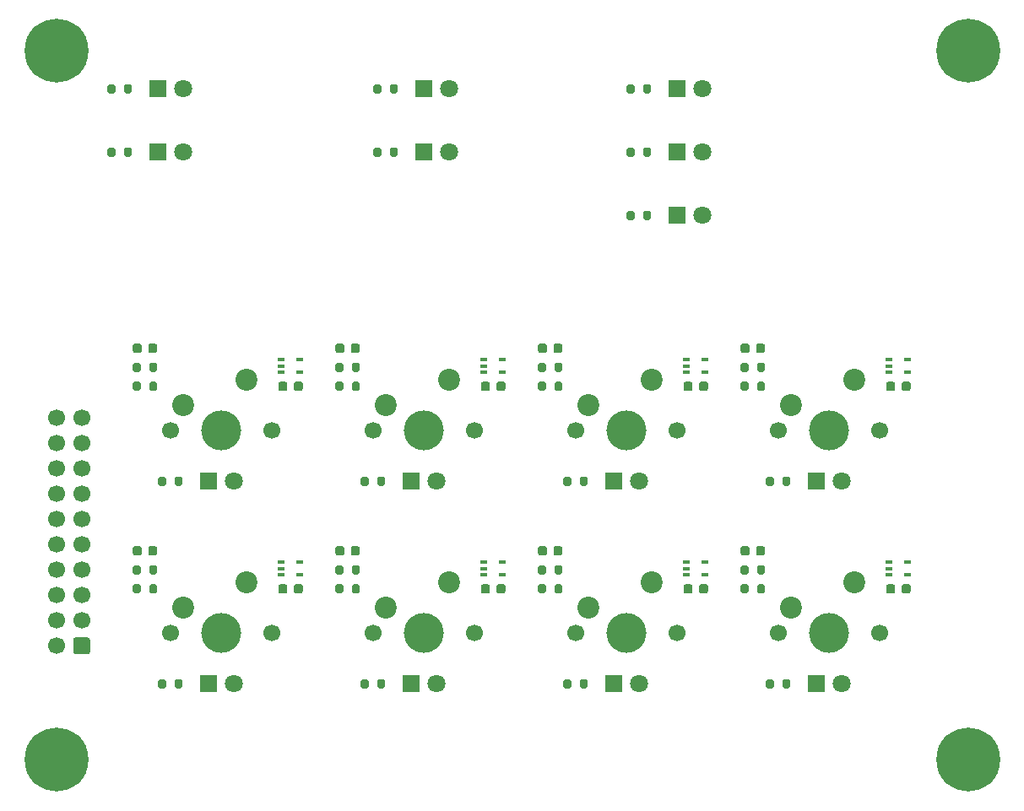
<source format=gbr>
%TF.GenerationSoftware,KiCad,Pcbnew,(5.1.9)-1*%
%TF.CreationDate,2021-03-30T21:11:26+02:00*%
%TF.ProjectId,RemoteCtrl,52656d6f-7465-4437-9472-6c2e6b696361,v0.1*%
%TF.SameCoordinates,Original*%
%TF.FileFunction,Soldermask,Bot*%
%TF.FilePolarity,Negative*%
%FSLAX46Y46*%
G04 Gerber Fmt 4.6, Leading zero omitted, Abs format (unit mm)*
G04 Created by KiCad (PCBNEW (5.1.9)-1) date 2021-03-30 21:11:26*
%MOMM*%
%LPD*%
G01*
G04 APERTURE LIST*
%ADD10C,1.800000*%
%ADD11R,1.800000X1.800000*%
%ADD12R,0.650000X0.400000*%
%ADD13C,1.700000*%
%ADD14C,4.000000*%
%ADD15C,2.200000*%
%ADD16C,0.800000*%
%ADD17C,6.400000*%
G04 APERTURE END LIST*
%TO.C,R2*%
G36*
G01*
X103715000Y-42905000D02*
X103715000Y-43455000D01*
G75*
G02*
X103515000Y-43655000I-200000J0D01*
G01*
X103115000Y-43655000D01*
G75*
G02*
X102915000Y-43455000I0J200000D01*
G01*
X102915000Y-42905000D01*
G75*
G02*
X103115000Y-42705000I200000J0D01*
G01*
X103515000Y-42705000D01*
G75*
G02*
X103715000Y-42905000I0J-200000D01*
G01*
G37*
G36*
G01*
X105365000Y-42905000D02*
X105365000Y-43455000D01*
G75*
G02*
X105165000Y-43655000I-200000J0D01*
G01*
X104765000Y-43655000D01*
G75*
G02*
X104565000Y-43455000I0J200000D01*
G01*
X104565000Y-42905000D01*
G75*
G02*
X104765000Y-42705000I200000J0D01*
G01*
X105165000Y-42705000D01*
G75*
G02*
X105365000Y-42905000I0J-200000D01*
G01*
G37*
%TD*%
%TO.C,R1*%
G36*
G01*
X103715000Y-36555000D02*
X103715000Y-37105000D01*
G75*
G02*
X103515000Y-37305000I-200000J0D01*
G01*
X103115000Y-37305000D01*
G75*
G02*
X102915000Y-37105000I0J200000D01*
G01*
X102915000Y-36555000D01*
G75*
G02*
X103115000Y-36355000I200000J0D01*
G01*
X103515000Y-36355000D01*
G75*
G02*
X103715000Y-36555000I0J-200000D01*
G01*
G37*
G36*
G01*
X105365000Y-36555000D02*
X105365000Y-37105000D01*
G75*
G02*
X105165000Y-37305000I-200000J0D01*
G01*
X104765000Y-37305000D01*
G75*
G02*
X104565000Y-37105000I0J200000D01*
G01*
X104565000Y-36555000D01*
G75*
G02*
X104765000Y-36355000I200000J0D01*
G01*
X105165000Y-36355000D01*
G75*
G02*
X105365000Y-36555000I0J-200000D01*
G01*
G37*
%TD*%
D10*
%TO.C,D2*%
X110490000Y-43180000D03*
D11*
X107950000Y-43180000D03*
%TD*%
D10*
%TO.C,D1*%
X110490000Y-36830000D03*
D11*
X107950000Y-36830000D03*
%TD*%
D12*
%TO.C,U8*%
X183195000Y-85610000D03*
X183195000Y-84310000D03*
X181295000Y-84960000D03*
X181295000Y-84310000D03*
X181295000Y-85610000D03*
%TD*%
%TO.C,U7*%
X183195000Y-65290000D03*
X183195000Y-63990000D03*
X181295000Y-64640000D03*
X181295000Y-63990000D03*
X181295000Y-65290000D03*
%TD*%
%TO.C,U6*%
X162875000Y-85610000D03*
X162875000Y-84310000D03*
X160975000Y-84960000D03*
X160975000Y-84310000D03*
X160975000Y-85610000D03*
%TD*%
%TO.C,U5*%
X162875000Y-65290000D03*
X162875000Y-63990000D03*
X160975000Y-64640000D03*
X160975000Y-63990000D03*
X160975000Y-65290000D03*
%TD*%
%TO.C,U4*%
X142555000Y-85610000D03*
X142555000Y-84310000D03*
X140655000Y-84960000D03*
X140655000Y-84310000D03*
X140655000Y-85610000D03*
%TD*%
%TO.C,U3*%
X142555000Y-65290000D03*
X142555000Y-63990000D03*
X140655000Y-64640000D03*
X140655000Y-63990000D03*
X140655000Y-65290000D03*
%TD*%
%TO.C,U2*%
X122235000Y-85610000D03*
X122235000Y-84310000D03*
X120335000Y-84960000D03*
X120335000Y-84310000D03*
X120335000Y-85610000D03*
%TD*%
%TO.C,U1*%
X122235000Y-65290000D03*
X122235000Y-63990000D03*
X120335000Y-64640000D03*
X120335000Y-63990000D03*
X120335000Y-65290000D03*
%TD*%
D13*
%TO.C,SW8*%
X180340000Y-91440000D03*
X170180000Y-91440000D03*
D14*
X175260000Y-91440000D03*
D15*
X171450000Y-88900000D03*
X177800000Y-86360000D03*
%TD*%
D13*
%TO.C,SW7*%
X180340000Y-71120000D03*
X170180000Y-71120000D03*
D14*
X175260000Y-71120000D03*
D15*
X171450000Y-68580000D03*
X177800000Y-66040000D03*
%TD*%
D13*
%TO.C,SW6*%
X160020000Y-91440000D03*
X149860000Y-91440000D03*
D14*
X154940000Y-91440000D03*
D15*
X151130000Y-88900000D03*
X157480000Y-86360000D03*
%TD*%
D13*
%TO.C,SW5*%
X160020000Y-71120000D03*
X149860000Y-71120000D03*
D14*
X154940000Y-71120000D03*
D15*
X151130000Y-68580000D03*
X157480000Y-66040000D03*
%TD*%
D13*
%TO.C,SW4*%
X139700000Y-91440000D03*
X129540000Y-91440000D03*
D14*
X134620000Y-91440000D03*
D15*
X130810000Y-88900000D03*
X137160000Y-86360000D03*
%TD*%
D13*
%TO.C,SW3*%
X139700000Y-71120000D03*
X129540000Y-71120000D03*
D14*
X134620000Y-71120000D03*
D15*
X130810000Y-68580000D03*
X137160000Y-66040000D03*
%TD*%
D13*
%TO.C,SW2*%
X119380000Y-91440000D03*
X109220000Y-91440000D03*
D14*
X114300000Y-91440000D03*
D15*
X110490000Y-88900000D03*
X116840000Y-86360000D03*
%TD*%
D13*
%TO.C,SW1*%
X119380000Y-71120000D03*
X109220000Y-71120000D03*
D14*
X114300000Y-71120000D03*
D15*
X110490000Y-68580000D03*
X116840000Y-66040000D03*
%TD*%
%TO.C,R35*%
G36*
G01*
X168065000Y-85365000D02*
X168065000Y-84815000D01*
G75*
G02*
X168265000Y-84615000I200000J0D01*
G01*
X168665000Y-84615000D01*
G75*
G02*
X168865000Y-84815000I0J-200000D01*
G01*
X168865000Y-85365000D01*
G75*
G02*
X168665000Y-85565000I-200000J0D01*
G01*
X168265000Y-85565000D01*
G75*
G02*
X168065000Y-85365000I0J200000D01*
G01*
G37*
G36*
G01*
X166415000Y-85365000D02*
X166415000Y-84815000D01*
G75*
G02*
X166615000Y-84615000I200000J0D01*
G01*
X167015000Y-84615000D01*
G75*
G02*
X167215000Y-84815000I0J-200000D01*
G01*
X167215000Y-85365000D01*
G75*
G02*
X167015000Y-85565000I-200000J0D01*
G01*
X166615000Y-85565000D01*
G75*
G02*
X166415000Y-85365000I0J200000D01*
G01*
G37*
%TD*%
%TO.C,R34*%
G36*
G01*
X168065000Y-87270000D02*
X168065000Y-86720000D01*
G75*
G02*
X168265000Y-86520000I200000J0D01*
G01*
X168665000Y-86520000D01*
G75*
G02*
X168865000Y-86720000I0J-200000D01*
G01*
X168865000Y-87270000D01*
G75*
G02*
X168665000Y-87470000I-200000J0D01*
G01*
X168265000Y-87470000D01*
G75*
G02*
X168065000Y-87270000I0J200000D01*
G01*
G37*
G36*
G01*
X166415000Y-87270000D02*
X166415000Y-86720000D01*
G75*
G02*
X166615000Y-86520000I200000J0D01*
G01*
X167015000Y-86520000D01*
G75*
G02*
X167215000Y-86720000I0J-200000D01*
G01*
X167215000Y-87270000D01*
G75*
G02*
X167015000Y-87470000I-200000J0D01*
G01*
X166615000Y-87470000D01*
G75*
G02*
X166415000Y-87270000I0J200000D01*
G01*
G37*
%TD*%
%TO.C,R33*%
G36*
G01*
X169755000Y-96245000D02*
X169755000Y-96795000D01*
G75*
G02*
X169555000Y-96995000I-200000J0D01*
G01*
X169155000Y-96995000D01*
G75*
G02*
X168955000Y-96795000I0J200000D01*
G01*
X168955000Y-96245000D01*
G75*
G02*
X169155000Y-96045000I200000J0D01*
G01*
X169555000Y-96045000D01*
G75*
G02*
X169755000Y-96245000I0J-200000D01*
G01*
G37*
G36*
G01*
X171405000Y-96245000D02*
X171405000Y-96795000D01*
G75*
G02*
X171205000Y-96995000I-200000J0D01*
G01*
X170805000Y-96995000D01*
G75*
G02*
X170605000Y-96795000I0J200000D01*
G01*
X170605000Y-96245000D01*
G75*
G02*
X170805000Y-96045000I200000J0D01*
G01*
X171205000Y-96045000D01*
G75*
G02*
X171405000Y-96245000I0J-200000D01*
G01*
G37*
%TD*%
%TO.C,R32*%
G36*
G01*
X168065000Y-65045000D02*
X168065000Y-64495000D01*
G75*
G02*
X168265000Y-64295000I200000J0D01*
G01*
X168665000Y-64295000D01*
G75*
G02*
X168865000Y-64495000I0J-200000D01*
G01*
X168865000Y-65045000D01*
G75*
G02*
X168665000Y-65245000I-200000J0D01*
G01*
X168265000Y-65245000D01*
G75*
G02*
X168065000Y-65045000I0J200000D01*
G01*
G37*
G36*
G01*
X166415000Y-65045000D02*
X166415000Y-64495000D01*
G75*
G02*
X166615000Y-64295000I200000J0D01*
G01*
X167015000Y-64295000D01*
G75*
G02*
X167215000Y-64495000I0J-200000D01*
G01*
X167215000Y-65045000D01*
G75*
G02*
X167015000Y-65245000I-200000J0D01*
G01*
X166615000Y-65245000D01*
G75*
G02*
X166415000Y-65045000I0J200000D01*
G01*
G37*
%TD*%
%TO.C,R31*%
G36*
G01*
X168065000Y-66950000D02*
X168065000Y-66400000D01*
G75*
G02*
X168265000Y-66200000I200000J0D01*
G01*
X168665000Y-66200000D01*
G75*
G02*
X168865000Y-66400000I0J-200000D01*
G01*
X168865000Y-66950000D01*
G75*
G02*
X168665000Y-67150000I-200000J0D01*
G01*
X168265000Y-67150000D01*
G75*
G02*
X168065000Y-66950000I0J200000D01*
G01*
G37*
G36*
G01*
X166415000Y-66950000D02*
X166415000Y-66400000D01*
G75*
G02*
X166615000Y-66200000I200000J0D01*
G01*
X167015000Y-66200000D01*
G75*
G02*
X167215000Y-66400000I0J-200000D01*
G01*
X167215000Y-66950000D01*
G75*
G02*
X167015000Y-67150000I-200000J0D01*
G01*
X166615000Y-67150000D01*
G75*
G02*
X166415000Y-66950000I0J200000D01*
G01*
G37*
%TD*%
%TO.C,R30*%
G36*
G01*
X169755000Y-75925000D02*
X169755000Y-76475000D01*
G75*
G02*
X169555000Y-76675000I-200000J0D01*
G01*
X169155000Y-76675000D01*
G75*
G02*
X168955000Y-76475000I0J200000D01*
G01*
X168955000Y-75925000D01*
G75*
G02*
X169155000Y-75725000I200000J0D01*
G01*
X169555000Y-75725000D01*
G75*
G02*
X169755000Y-75925000I0J-200000D01*
G01*
G37*
G36*
G01*
X171405000Y-75925000D02*
X171405000Y-76475000D01*
G75*
G02*
X171205000Y-76675000I-200000J0D01*
G01*
X170805000Y-76675000D01*
G75*
G02*
X170605000Y-76475000I0J200000D01*
G01*
X170605000Y-75925000D01*
G75*
G02*
X170805000Y-75725000I200000J0D01*
G01*
X171205000Y-75725000D01*
G75*
G02*
X171405000Y-75925000I0J-200000D01*
G01*
G37*
%TD*%
%TO.C,R29*%
G36*
G01*
X147745000Y-85365000D02*
X147745000Y-84815000D01*
G75*
G02*
X147945000Y-84615000I200000J0D01*
G01*
X148345000Y-84615000D01*
G75*
G02*
X148545000Y-84815000I0J-200000D01*
G01*
X148545000Y-85365000D01*
G75*
G02*
X148345000Y-85565000I-200000J0D01*
G01*
X147945000Y-85565000D01*
G75*
G02*
X147745000Y-85365000I0J200000D01*
G01*
G37*
G36*
G01*
X146095000Y-85365000D02*
X146095000Y-84815000D01*
G75*
G02*
X146295000Y-84615000I200000J0D01*
G01*
X146695000Y-84615000D01*
G75*
G02*
X146895000Y-84815000I0J-200000D01*
G01*
X146895000Y-85365000D01*
G75*
G02*
X146695000Y-85565000I-200000J0D01*
G01*
X146295000Y-85565000D01*
G75*
G02*
X146095000Y-85365000I0J200000D01*
G01*
G37*
%TD*%
%TO.C,R28*%
G36*
G01*
X147745000Y-87270000D02*
X147745000Y-86720000D01*
G75*
G02*
X147945000Y-86520000I200000J0D01*
G01*
X148345000Y-86520000D01*
G75*
G02*
X148545000Y-86720000I0J-200000D01*
G01*
X148545000Y-87270000D01*
G75*
G02*
X148345000Y-87470000I-200000J0D01*
G01*
X147945000Y-87470000D01*
G75*
G02*
X147745000Y-87270000I0J200000D01*
G01*
G37*
G36*
G01*
X146095000Y-87270000D02*
X146095000Y-86720000D01*
G75*
G02*
X146295000Y-86520000I200000J0D01*
G01*
X146695000Y-86520000D01*
G75*
G02*
X146895000Y-86720000I0J-200000D01*
G01*
X146895000Y-87270000D01*
G75*
G02*
X146695000Y-87470000I-200000J0D01*
G01*
X146295000Y-87470000D01*
G75*
G02*
X146095000Y-87270000I0J200000D01*
G01*
G37*
%TD*%
%TO.C,R27*%
G36*
G01*
X149435000Y-96245000D02*
X149435000Y-96795000D01*
G75*
G02*
X149235000Y-96995000I-200000J0D01*
G01*
X148835000Y-96995000D01*
G75*
G02*
X148635000Y-96795000I0J200000D01*
G01*
X148635000Y-96245000D01*
G75*
G02*
X148835000Y-96045000I200000J0D01*
G01*
X149235000Y-96045000D01*
G75*
G02*
X149435000Y-96245000I0J-200000D01*
G01*
G37*
G36*
G01*
X151085000Y-96245000D02*
X151085000Y-96795000D01*
G75*
G02*
X150885000Y-96995000I-200000J0D01*
G01*
X150485000Y-96995000D01*
G75*
G02*
X150285000Y-96795000I0J200000D01*
G01*
X150285000Y-96245000D01*
G75*
G02*
X150485000Y-96045000I200000J0D01*
G01*
X150885000Y-96045000D01*
G75*
G02*
X151085000Y-96245000I0J-200000D01*
G01*
G37*
%TD*%
%TO.C,R26*%
G36*
G01*
X147745000Y-65045000D02*
X147745000Y-64495000D01*
G75*
G02*
X147945000Y-64295000I200000J0D01*
G01*
X148345000Y-64295000D01*
G75*
G02*
X148545000Y-64495000I0J-200000D01*
G01*
X148545000Y-65045000D01*
G75*
G02*
X148345000Y-65245000I-200000J0D01*
G01*
X147945000Y-65245000D01*
G75*
G02*
X147745000Y-65045000I0J200000D01*
G01*
G37*
G36*
G01*
X146095000Y-65045000D02*
X146095000Y-64495000D01*
G75*
G02*
X146295000Y-64295000I200000J0D01*
G01*
X146695000Y-64295000D01*
G75*
G02*
X146895000Y-64495000I0J-200000D01*
G01*
X146895000Y-65045000D01*
G75*
G02*
X146695000Y-65245000I-200000J0D01*
G01*
X146295000Y-65245000D01*
G75*
G02*
X146095000Y-65045000I0J200000D01*
G01*
G37*
%TD*%
%TO.C,R25*%
G36*
G01*
X147745000Y-66950000D02*
X147745000Y-66400000D01*
G75*
G02*
X147945000Y-66200000I200000J0D01*
G01*
X148345000Y-66200000D01*
G75*
G02*
X148545000Y-66400000I0J-200000D01*
G01*
X148545000Y-66950000D01*
G75*
G02*
X148345000Y-67150000I-200000J0D01*
G01*
X147945000Y-67150000D01*
G75*
G02*
X147745000Y-66950000I0J200000D01*
G01*
G37*
G36*
G01*
X146095000Y-66950000D02*
X146095000Y-66400000D01*
G75*
G02*
X146295000Y-66200000I200000J0D01*
G01*
X146695000Y-66200000D01*
G75*
G02*
X146895000Y-66400000I0J-200000D01*
G01*
X146895000Y-66950000D01*
G75*
G02*
X146695000Y-67150000I-200000J0D01*
G01*
X146295000Y-67150000D01*
G75*
G02*
X146095000Y-66950000I0J200000D01*
G01*
G37*
%TD*%
%TO.C,R24*%
G36*
G01*
X149435000Y-75925000D02*
X149435000Y-76475000D01*
G75*
G02*
X149235000Y-76675000I-200000J0D01*
G01*
X148835000Y-76675000D01*
G75*
G02*
X148635000Y-76475000I0J200000D01*
G01*
X148635000Y-75925000D01*
G75*
G02*
X148835000Y-75725000I200000J0D01*
G01*
X149235000Y-75725000D01*
G75*
G02*
X149435000Y-75925000I0J-200000D01*
G01*
G37*
G36*
G01*
X151085000Y-75925000D02*
X151085000Y-76475000D01*
G75*
G02*
X150885000Y-76675000I-200000J0D01*
G01*
X150485000Y-76675000D01*
G75*
G02*
X150285000Y-76475000I0J200000D01*
G01*
X150285000Y-75925000D01*
G75*
G02*
X150485000Y-75725000I200000J0D01*
G01*
X150885000Y-75725000D01*
G75*
G02*
X151085000Y-75925000I0J-200000D01*
G01*
G37*
%TD*%
%TO.C,R23*%
G36*
G01*
X127425000Y-85365000D02*
X127425000Y-84815000D01*
G75*
G02*
X127625000Y-84615000I200000J0D01*
G01*
X128025000Y-84615000D01*
G75*
G02*
X128225000Y-84815000I0J-200000D01*
G01*
X128225000Y-85365000D01*
G75*
G02*
X128025000Y-85565000I-200000J0D01*
G01*
X127625000Y-85565000D01*
G75*
G02*
X127425000Y-85365000I0J200000D01*
G01*
G37*
G36*
G01*
X125775000Y-85365000D02*
X125775000Y-84815000D01*
G75*
G02*
X125975000Y-84615000I200000J0D01*
G01*
X126375000Y-84615000D01*
G75*
G02*
X126575000Y-84815000I0J-200000D01*
G01*
X126575000Y-85365000D01*
G75*
G02*
X126375000Y-85565000I-200000J0D01*
G01*
X125975000Y-85565000D01*
G75*
G02*
X125775000Y-85365000I0J200000D01*
G01*
G37*
%TD*%
%TO.C,R22*%
G36*
G01*
X127425000Y-87270000D02*
X127425000Y-86720000D01*
G75*
G02*
X127625000Y-86520000I200000J0D01*
G01*
X128025000Y-86520000D01*
G75*
G02*
X128225000Y-86720000I0J-200000D01*
G01*
X128225000Y-87270000D01*
G75*
G02*
X128025000Y-87470000I-200000J0D01*
G01*
X127625000Y-87470000D01*
G75*
G02*
X127425000Y-87270000I0J200000D01*
G01*
G37*
G36*
G01*
X125775000Y-87270000D02*
X125775000Y-86720000D01*
G75*
G02*
X125975000Y-86520000I200000J0D01*
G01*
X126375000Y-86520000D01*
G75*
G02*
X126575000Y-86720000I0J-200000D01*
G01*
X126575000Y-87270000D01*
G75*
G02*
X126375000Y-87470000I-200000J0D01*
G01*
X125975000Y-87470000D01*
G75*
G02*
X125775000Y-87270000I0J200000D01*
G01*
G37*
%TD*%
%TO.C,R21*%
G36*
G01*
X129115000Y-96245000D02*
X129115000Y-96795000D01*
G75*
G02*
X128915000Y-96995000I-200000J0D01*
G01*
X128515000Y-96995000D01*
G75*
G02*
X128315000Y-96795000I0J200000D01*
G01*
X128315000Y-96245000D01*
G75*
G02*
X128515000Y-96045000I200000J0D01*
G01*
X128915000Y-96045000D01*
G75*
G02*
X129115000Y-96245000I0J-200000D01*
G01*
G37*
G36*
G01*
X130765000Y-96245000D02*
X130765000Y-96795000D01*
G75*
G02*
X130565000Y-96995000I-200000J0D01*
G01*
X130165000Y-96995000D01*
G75*
G02*
X129965000Y-96795000I0J200000D01*
G01*
X129965000Y-96245000D01*
G75*
G02*
X130165000Y-96045000I200000J0D01*
G01*
X130565000Y-96045000D01*
G75*
G02*
X130765000Y-96245000I0J-200000D01*
G01*
G37*
%TD*%
%TO.C,R20*%
G36*
G01*
X127425000Y-65045000D02*
X127425000Y-64495000D01*
G75*
G02*
X127625000Y-64295000I200000J0D01*
G01*
X128025000Y-64295000D01*
G75*
G02*
X128225000Y-64495000I0J-200000D01*
G01*
X128225000Y-65045000D01*
G75*
G02*
X128025000Y-65245000I-200000J0D01*
G01*
X127625000Y-65245000D01*
G75*
G02*
X127425000Y-65045000I0J200000D01*
G01*
G37*
G36*
G01*
X125775000Y-65045000D02*
X125775000Y-64495000D01*
G75*
G02*
X125975000Y-64295000I200000J0D01*
G01*
X126375000Y-64295000D01*
G75*
G02*
X126575000Y-64495000I0J-200000D01*
G01*
X126575000Y-65045000D01*
G75*
G02*
X126375000Y-65245000I-200000J0D01*
G01*
X125975000Y-65245000D01*
G75*
G02*
X125775000Y-65045000I0J200000D01*
G01*
G37*
%TD*%
%TO.C,R19*%
G36*
G01*
X127425000Y-66950000D02*
X127425000Y-66400000D01*
G75*
G02*
X127625000Y-66200000I200000J0D01*
G01*
X128025000Y-66200000D01*
G75*
G02*
X128225000Y-66400000I0J-200000D01*
G01*
X128225000Y-66950000D01*
G75*
G02*
X128025000Y-67150000I-200000J0D01*
G01*
X127625000Y-67150000D01*
G75*
G02*
X127425000Y-66950000I0J200000D01*
G01*
G37*
G36*
G01*
X125775000Y-66950000D02*
X125775000Y-66400000D01*
G75*
G02*
X125975000Y-66200000I200000J0D01*
G01*
X126375000Y-66200000D01*
G75*
G02*
X126575000Y-66400000I0J-200000D01*
G01*
X126575000Y-66950000D01*
G75*
G02*
X126375000Y-67150000I-200000J0D01*
G01*
X125975000Y-67150000D01*
G75*
G02*
X125775000Y-66950000I0J200000D01*
G01*
G37*
%TD*%
%TO.C,R18*%
G36*
G01*
X129115000Y-75925000D02*
X129115000Y-76475000D01*
G75*
G02*
X128915000Y-76675000I-200000J0D01*
G01*
X128515000Y-76675000D01*
G75*
G02*
X128315000Y-76475000I0J200000D01*
G01*
X128315000Y-75925000D01*
G75*
G02*
X128515000Y-75725000I200000J0D01*
G01*
X128915000Y-75725000D01*
G75*
G02*
X129115000Y-75925000I0J-200000D01*
G01*
G37*
G36*
G01*
X130765000Y-75925000D02*
X130765000Y-76475000D01*
G75*
G02*
X130565000Y-76675000I-200000J0D01*
G01*
X130165000Y-76675000D01*
G75*
G02*
X129965000Y-76475000I0J200000D01*
G01*
X129965000Y-75925000D01*
G75*
G02*
X130165000Y-75725000I200000J0D01*
G01*
X130565000Y-75725000D01*
G75*
G02*
X130765000Y-75925000I0J-200000D01*
G01*
G37*
%TD*%
%TO.C,R17*%
G36*
G01*
X107105000Y-85365000D02*
X107105000Y-84815000D01*
G75*
G02*
X107305000Y-84615000I200000J0D01*
G01*
X107705000Y-84615000D01*
G75*
G02*
X107905000Y-84815000I0J-200000D01*
G01*
X107905000Y-85365000D01*
G75*
G02*
X107705000Y-85565000I-200000J0D01*
G01*
X107305000Y-85565000D01*
G75*
G02*
X107105000Y-85365000I0J200000D01*
G01*
G37*
G36*
G01*
X105455000Y-85365000D02*
X105455000Y-84815000D01*
G75*
G02*
X105655000Y-84615000I200000J0D01*
G01*
X106055000Y-84615000D01*
G75*
G02*
X106255000Y-84815000I0J-200000D01*
G01*
X106255000Y-85365000D01*
G75*
G02*
X106055000Y-85565000I-200000J0D01*
G01*
X105655000Y-85565000D01*
G75*
G02*
X105455000Y-85365000I0J200000D01*
G01*
G37*
%TD*%
%TO.C,R16*%
G36*
G01*
X107105000Y-87270000D02*
X107105000Y-86720000D01*
G75*
G02*
X107305000Y-86520000I200000J0D01*
G01*
X107705000Y-86520000D01*
G75*
G02*
X107905000Y-86720000I0J-200000D01*
G01*
X107905000Y-87270000D01*
G75*
G02*
X107705000Y-87470000I-200000J0D01*
G01*
X107305000Y-87470000D01*
G75*
G02*
X107105000Y-87270000I0J200000D01*
G01*
G37*
G36*
G01*
X105455000Y-87270000D02*
X105455000Y-86720000D01*
G75*
G02*
X105655000Y-86520000I200000J0D01*
G01*
X106055000Y-86520000D01*
G75*
G02*
X106255000Y-86720000I0J-200000D01*
G01*
X106255000Y-87270000D01*
G75*
G02*
X106055000Y-87470000I-200000J0D01*
G01*
X105655000Y-87470000D01*
G75*
G02*
X105455000Y-87270000I0J200000D01*
G01*
G37*
%TD*%
%TO.C,R15*%
G36*
G01*
X108795000Y-96245000D02*
X108795000Y-96795000D01*
G75*
G02*
X108595000Y-96995000I-200000J0D01*
G01*
X108195000Y-96995000D01*
G75*
G02*
X107995000Y-96795000I0J200000D01*
G01*
X107995000Y-96245000D01*
G75*
G02*
X108195000Y-96045000I200000J0D01*
G01*
X108595000Y-96045000D01*
G75*
G02*
X108795000Y-96245000I0J-200000D01*
G01*
G37*
G36*
G01*
X110445000Y-96245000D02*
X110445000Y-96795000D01*
G75*
G02*
X110245000Y-96995000I-200000J0D01*
G01*
X109845000Y-96995000D01*
G75*
G02*
X109645000Y-96795000I0J200000D01*
G01*
X109645000Y-96245000D01*
G75*
G02*
X109845000Y-96045000I200000J0D01*
G01*
X110245000Y-96045000D01*
G75*
G02*
X110445000Y-96245000I0J-200000D01*
G01*
G37*
%TD*%
%TO.C,R14*%
G36*
G01*
X107105000Y-65045000D02*
X107105000Y-64495000D01*
G75*
G02*
X107305000Y-64295000I200000J0D01*
G01*
X107705000Y-64295000D01*
G75*
G02*
X107905000Y-64495000I0J-200000D01*
G01*
X107905000Y-65045000D01*
G75*
G02*
X107705000Y-65245000I-200000J0D01*
G01*
X107305000Y-65245000D01*
G75*
G02*
X107105000Y-65045000I0J200000D01*
G01*
G37*
G36*
G01*
X105455000Y-65045000D02*
X105455000Y-64495000D01*
G75*
G02*
X105655000Y-64295000I200000J0D01*
G01*
X106055000Y-64295000D01*
G75*
G02*
X106255000Y-64495000I0J-200000D01*
G01*
X106255000Y-65045000D01*
G75*
G02*
X106055000Y-65245000I-200000J0D01*
G01*
X105655000Y-65245000D01*
G75*
G02*
X105455000Y-65045000I0J200000D01*
G01*
G37*
%TD*%
%TO.C,R13*%
G36*
G01*
X107105000Y-66950000D02*
X107105000Y-66400000D01*
G75*
G02*
X107305000Y-66200000I200000J0D01*
G01*
X107705000Y-66200000D01*
G75*
G02*
X107905000Y-66400000I0J-200000D01*
G01*
X107905000Y-66950000D01*
G75*
G02*
X107705000Y-67150000I-200000J0D01*
G01*
X107305000Y-67150000D01*
G75*
G02*
X107105000Y-66950000I0J200000D01*
G01*
G37*
G36*
G01*
X105455000Y-66950000D02*
X105455000Y-66400000D01*
G75*
G02*
X105655000Y-66200000I200000J0D01*
G01*
X106055000Y-66200000D01*
G75*
G02*
X106255000Y-66400000I0J-200000D01*
G01*
X106255000Y-66950000D01*
G75*
G02*
X106055000Y-67150000I-200000J0D01*
G01*
X105655000Y-67150000D01*
G75*
G02*
X105455000Y-66950000I0J200000D01*
G01*
G37*
%TD*%
%TO.C,R12*%
G36*
G01*
X108795000Y-75925000D02*
X108795000Y-76475000D01*
G75*
G02*
X108595000Y-76675000I-200000J0D01*
G01*
X108195000Y-76675000D01*
G75*
G02*
X107995000Y-76475000I0J200000D01*
G01*
X107995000Y-75925000D01*
G75*
G02*
X108195000Y-75725000I200000J0D01*
G01*
X108595000Y-75725000D01*
G75*
G02*
X108795000Y-75925000I0J-200000D01*
G01*
G37*
G36*
G01*
X110445000Y-75925000D02*
X110445000Y-76475000D01*
G75*
G02*
X110245000Y-76675000I-200000J0D01*
G01*
X109845000Y-76675000D01*
G75*
G02*
X109645000Y-76475000I0J200000D01*
G01*
X109645000Y-75925000D01*
G75*
G02*
X109845000Y-75725000I200000J0D01*
G01*
X110245000Y-75725000D01*
G75*
G02*
X110445000Y-75925000I0J-200000D01*
G01*
G37*
%TD*%
%TO.C,R11*%
G36*
G01*
X155785000Y-49255000D02*
X155785000Y-49805000D01*
G75*
G02*
X155585000Y-50005000I-200000J0D01*
G01*
X155185000Y-50005000D01*
G75*
G02*
X154985000Y-49805000I0J200000D01*
G01*
X154985000Y-49255000D01*
G75*
G02*
X155185000Y-49055000I200000J0D01*
G01*
X155585000Y-49055000D01*
G75*
G02*
X155785000Y-49255000I0J-200000D01*
G01*
G37*
G36*
G01*
X157435000Y-49255000D02*
X157435000Y-49805000D01*
G75*
G02*
X157235000Y-50005000I-200000J0D01*
G01*
X156835000Y-50005000D01*
G75*
G02*
X156635000Y-49805000I0J200000D01*
G01*
X156635000Y-49255000D01*
G75*
G02*
X156835000Y-49055000I200000J0D01*
G01*
X157235000Y-49055000D01*
G75*
G02*
X157435000Y-49255000I0J-200000D01*
G01*
G37*
%TD*%
%TO.C,R10*%
G36*
G01*
X155785000Y-42905000D02*
X155785000Y-43455000D01*
G75*
G02*
X155585000Y-43655000I-200000J0D01*
G01*
X155185000Y-43655000D01*
G75*
G02*
X154985000Y-43455000I0J200000D01*
G01*
X154985000Y-42905000D01*
G75*
G02*
X155185000Y-42705000I200000J0D01*
G01*
X155585000Y-42705000D01*
G75*
G02*
X155785000Y-42905000I0J-200000D01*
G01*
G37*
G36*
G01*
X157435000Y-42905000D02*
X157435000Y-43455000D01*
G75*
G02*
X157235000Y-43655000I-200000J0D01*
G01*
X156835000Y-43655000D01*
G75*
G02*
X156635000Y-43455000I0J200000D01*
G01*
X156635000Y-42905000D01*
G75*
G02*
X156835000Y-42705000I200000J0D01*
G01*
X157235000Y-42705000D01*
G75*
G02*
X157435000Y-42905000I0J-200000D01*
G01*
G37*
%TD*%
%TO.C,R9*%
G36*
G01*
X155785000Y-36555000D02*
X155785000Y-37105000D01*
G75*
G02*
X155585000Y-37305000I-200000J0D01*
G01*
X155185000Y-37305000D01*
G75*
G02*
X154985000Y-37105000I0J200000D01*
G01*
X154985000Y-36555000D01*
G75*
G02*
X155185000Y-36355000I200000J0D01*
G01*
X155585000Y-36355000D01*
G75*
G02*
X155785000Y-36555000I0J-200000D01*
G01*
G37*
G36*
G01*
X157435000Y-36555000D02*
X157435000Y-37105000D01*
G75*
G02*
X157235000Y-37305000I-200000J0D01*
G01*
X156835000Y-37305000D01*
G75*
G02*
X156635000Y-37105000I0J200000D01*
G01*
X156635000Y-36555000D01*
G75*
G02*
X156835000Y-36355000I200000J0D01*
G01*
X157235000Y-36355000D01*
G75*
G02*
X157435000Y-36555000I0J-200000D01*
G01*
G37*
%TD*%
%TO.C,R8*%
G36*
G01*
X130385000Y-36555000D02*
X130385000Y-37105000D01*
G75*
G02*
X130185000Y-37305000I-200000J0D01*
G01*
X129785000Y-37305000D01*
G75*
G02*
X129585000Y-37105000I0J200000D01*
G01*
X129585000Y-36555000D01*
G75*
G02*
X129785000Y-36355000I200000J0D01*
G01*
X130185000Y-36355000D01*
G75*
G02*
X130385000Y-36555000I0J-200000D01*
G01*
G37*
G36*
G01*
X132035000Y-36555000D02*
X132035000Y-37105000D01*
G75*
G02*
X131835000Y-37305000I-200000J0D01*
G01*
X131435000Y-37305000D01*
G75*
G02*
X131235000Y-37105000I0J200000D01*
G01*
X131235000Y-36555000D01*
G75*
G02*
X131435000Y-36355000I200000J0D01*
G01*
X131835000Y-36355000D01*
G75*
G02*
X132035000Y-36555000I0J-200000D01*
G01*
G37*
%TD*%
%TO.C,R7*%
G36*
G01*
X130385000Y-42905000D02*
X130385000Y-43455000D01*
G75*
G02*
X130185000Y-43655000I-200000J0D01*
G01*
X129785000Y-43655000D01*
G75*
G02*
X129585000Y-43455000I0J200000D01*
G01*
X129585000Y-42905000D01*
G75*
G02*
X129785000Y-42705000I200000J0D01*
G01*
X130185000Y-42705000D01*
G75*
G02*
X130385000Y-42905000I0J-200000D01*
G01*
G37*
G36*
G01*
X132035000Y-42905000D02*
X132035000Y-43455000D01*
G75*
G02*
X131835000Y-43655000I-200000J0D01*
G01*
X131435000Y-43655000D01*
G75*
G02*
X131235000Y-43455000I0J200000D01*
G01*
X131235000Y-42905000D01*
G75*
G02*
X131435000Y-42705000I200000J0D01*
G01*
X131835000Y-42705000D01*
G75*
G02*
X132035000Y-42905000I0J-200000D01*
G01*
G37*
%TD*%
D13*
%TO.C,J1*%
X97790000Y-69850000D03*
X97790000Y-72390000D03*
X97790000Y-74930000D03*
X97790000Y-77470000D03*
X97790000Y-80010000D03*
X97790000Y-82550000D03*
X97790000Y-85090000D03*
X97790000Y-87630000D03*
X97790000Y-90170000D03*
X97790000Y-92710000D03*
X100330000Y-69850000D03*
X100330000Y-72390000D03*
X100330000Y-74930000D03*
X100330000Y-77470000D03*
X100330000Y-80010000D03*
X100330000Y-82550000D03*
X100330000Y-85090000D03*
X100330000Y-87630000D03*
X100330000Y-90170000D03*
G36*
G01*
X101180000Y-92110000D02*
X101180000Y-93310000D01*
G75*
G02*
X100930000Y-93560000I-250000J0D01*
G01*
X99730000Y-93560000D01*
G75*
G02*
X99480000Y-93310000I0J250000D01*
G01*
X99480000Y-92110000D01*
G75*
G02*
X99730000Y-91860000I250000J0D01*
G01*
X100930000Y-91860000D01*
G75*
G02*
X101180000Y-92110000I0J-250000D01*
G01*
G37*
%TD*%
D16*
%TO.C,H4*%
X99487056Y-102442944D03*
X97790000Y-101740000D03*
X96092944Y-102442944D03*
X95390000Y-104140000D03*
X96092944Y-105837056D03*
X97790000Y-106540000D03*
X99487056Y-105837056D03*
X100190000Y-104140000D03*
D17*
X97790000Y-104140000D03*
%TD*%
D16*
%TO.C,H3*%
X190927056Y-102442944D03*
X189230000Y-101740000D03*
X187532944Y-102442944D03*
X186830000Y-104140000D03*
X187532944Y-105837056D03*
X189230000Y-106540000D03*
X190927056Y-105837056D03*
X191630000Y-104140000D03*
D17*
X189230000Y-104140000D03*
%TD*%
D16*
%TO.C,H2*%
X190927056Y-31322944D03*
X189230000Y-30620000D03*
X187532944Y-31322944D03*
X186830000Y-33020000D03*
X187532944Y-34717056D03*
X189230000Y-35420000D03*
X190927056Y-34717056D03*
X191630000Y-33020000D03*
D17*
X189230000Y-33020000D03*
%TD*%
D16*
%TO.C,H1*%
X99487056Y-31322944D03*
X97790000Y-30620000D03*
X96092944Y-31322944D03*
X95390000Y-33020000D03*
X96092944Y-34717056D03*
X97790000Y-35420000D03*
X99487056Y-34717056D03*
X100190000Y-33020000D03*
D17*
X97790000Y-33020000D03*
%TD*%
D10*
%TO.C,D19*%
X176530000Y-96520000D03*
D11*
X173990000Y-96520000D03*
%TD*%
D10*
%TO.C,D18*%
X176530000Y-76200000D03*
D11*
X173990000Y-76200000D03*
%TD*%
D10*
%TO.C,D17*%
X156210000Y-96520000D03*
D11*
X153670000Y-96520000D03*
%TD*%
D10*
%TO.C,D16*%
X156210000Y-76200000D03*
D11*
X153670000Y-76200000D03*
%TD*%
D10*
%TO.C,D15*%
X135890000Y-96520000D03*
D11*
X133350000Y-96520000D03*
%TD*%
D10*
%TO.C,D14*%
X135890000Y-76200000D03*
D11*
X133350000Y-76200000D03*
%TD*%
D10*
%TO.C,D13*%
X115570000Y-96520000D03*
D11*
X113030000Y-96520000D03*
%TD*%
D10*
%TO.C,D12*%
X115570000Y-76200000D03*
D11*
X113030000Y-76200000D03*
%TD*%
D10*
%TO.C,D11*%
X162560000Y-49530000D03*
D11*
X160020000Y-49530000D03*
%TD*%
D10*
%TO.C,D10*%
X162560000Y-43180000D03*
D11*
X160020000Y-43180000D03*
%TD*%
D10*
%TO.C,D9*%
X162560000Y-36830000D03*
D11*
X160020000Y-36830000D03*
%TD*%
D10*
%TO.C,D8*%
X137160000Y-36830000D03*
D11*
X134620000Y-36830000D03*
%TD*%
D10*
%TO.C,D7*%
X137160000Y-43180000D03*
D11*
X134620000Y-43180000D03*
%TD*%
%TO.C,C16*%
G36*
G01*
X181920000Y-86745000D02*
X181920000Y-87245000D01*
G75*
G02*
X181695000Y-87470000I-225000J0D01*
G01*
X181245000Y-87470000D01*
G75*
G02*
X181020000Y-87245000I0J225000D01*
G01*
X181020000Y-86745000D01*
G75*
G02*
X181245000Y-86520000I225000J0D01*
G01*
X181695000Y-86520000D01*
G75*
G02*
X181920000Y-86745000I0J-225000D01*
G01*
G37*
G36*
G01*
X183470000Y-86745000D02*
X183470000Y-87245000D01*
G75*
G02*
X183245000Y-87470000I-225000J0D01*
G01*
X182795000Y-87470000D01*
G75*
G02*
X182570000Y-87245000I0J225000D01*
G01*
X182570000Y-86745000D01*
G75*
G02*
X182795000Y-86520000I225000J0D01*
G01*
X183245000Y-86520000D01*
G75*
G02*
X183470000Y-86745000I0J-225000D01*
G01*
G37*
%TD*%
%TO.C,C15*%
G36*
G01*
X167965000Y-83435000D02*
X167965000Y-82935000D01*
G75*
G02*
X168190000Y-82710000I225000J0D01*
G01*
X168640000Y-82710000D01*
G75*
G02*
X168865000Y-82935000I0J-225000D01*
G01*
X168865000Y-83435000D01*
G75*
G02*
X168640000Y-83660000I-225000J0D01*
G01*
X168190000Y-83660000D01*
G75*
G02*
X167965000Y-83435000I0J225000D01*
G01*
G37*
G36*
G01*
X166415000Y-83435000D02*
X166415000Y-82935000D01*
G75*
G02*
X166640000Y-82710000I225000J0D01*
G01*
X167090000Y-82710000D01*
G75*
G02*
X167315000Y-82935000I0J-225000D01*
G01*
X167315000Y-83435000D01*
G75*
G02*
X167090000Y-83660000I-225000J0D01*
G01*
X166640000Y-83660000D01*
G75*
G02*
X166415000Y-83435000I0J225000D01*
G01*
G37*
%TD*%
%TO.C,C14*%
G36*
G01*
X181920000Y-66425000D02*
X181920000Y-66925000D01*
G75*
G02*
X181695000Y-67150000I-225000J0D01*
G01*
X181245000Y-67150000D01*
G75*
G02*
X181020000Y-66925000I0J225000D01*
G01*
X181020000Y-66425000D01*
G75*
G02*
X181245000Y-66200000I225000J0D01*
G01*
X181695000Y-66200000D01*
G75*
G02*
X181920000Y-66425000I0J-225000D01*
G01*
G37*
G36*
G01*
X183470000Y-66425000D02*
X183470000Y-66925000D01*
G75*
G02*
X183245000Y-67150000I-225000J0D01*
G01*
X182795000Y-67150000D01*
G75*
G02*
X182570000Y-66925000I0J225000D01*
G01*
X182570000Y-66425000D01*
G75*
G02*
X182795000Y-66200000I225000J0D01*
G01*
X183245000Y-66200000D01*
G75*
G02*
X183470000Y-66425000I0J-225000D01*
G01*
G37*
%TD*%
%TO.C,C13*%
G36*
G01*
X167965000Y-63115000D02*
X167965000Y-62615000D01*
G75*
G02*
X168190000Y-62390000I225000J0D01*
G01*
X168640000Y-62390000D01*
G75*
G02*
X168865000Y-62615000I0J-225000D01*
G01*
X168865000Y-63115000D01*
G75*
G02*
X168640000Y-63340000I-225000J0D01*
G01*
X168190000Y-63340000D01*
G75*
G02*
X167965000Y-63115000I0J225000D01*
G01*
G37*
G36*
G01*
X166415000Y-63115000D02*
X166415000Y-62615000D01*
G75*
G02*
X166640000Y-62390000I225000J0D01*
G01*
X167090000Y-62390000D01*
G75*
G02*
X167315000Y-62615000I0J-225000D01*
G01*
X167315000Y-63115000D01*
G75*
G02*
X167090000Y-63340000I-225000J0D01*
G01*
X166640000Y-63340000D01*
G75*
G02*
X166415000Y-63115000I0J225000D01*
G01*
G37*
%TD*%
%TO.C,C12*%
G36*
G01*
X161600000Y-86745000D02*
X161600000Y-87245000D01*
G75*
G02*
X161375000Y-87470000I-225000J0D01*
G01*
X160925000Y-87470000D01*
G75*
G02*
X160700000Y-87245000I0J225000D01*
G01*
X160700000Y-86745000D01*
G75*
G02*
X160925000Y-86520000I225000J0D01*
G01*
X161375000Y-86520000D01*
G75*
G02*
X161600000Y-86745000I0J-225000D01*
G01*
G37*
G36*
G01*
X163150000Y-86745000D02*
X163150000Y-87245000D01*
G75*
G02*
X162925000Y-87470000I-225000J0D01*
G01*
X162475000Y-87470000D01*
G75*
G02*
X162250000Y-87245000I0J225000D01*
G01*
X162250000Y-86745000D01*
G75*
G02*
X162475000Y-86520000I225000J0D01*
G01*
X162925000Y-86520000D01*
G75*
G02*
X163150000Y-86745000I0J-225000D01*
G01*
G37*
%TD*%
%TO.C,C11*%
G36*
G01*
X147645000Y-83435000D02*
X147645000Y-82935000D01*
G75*
G02*
X147870000Y-82710000I225000J0D01*
G01*
X148320000Y-82710000D01*
G75*
G02*
X148545000Y-82935000I0J-225000D01*
G01*
X148545000Y-83435000D01*
G75*
G02*
X148320000Y-83660000I-225000J0D01*
G01*
X147870000Y-83660000D01*
G75*
G02*
X147645000Y-83435000I0J225000D01*
G01*
G37*
G36*
G01*
X146095000Y-83435000D02*
X146095000Y-82935000D01*
G75*
G02*
X146320000Y-82710000I225000J0D01*
G01*
X146770000Y-82710000D01*
G75*
G02*
X146995000Y-82935000I0J-225000D01*
G01*
X146995000Y-83435000D01*
G75*
G02*
X146770000Y-83660000I-225000J0D01*
G01*
X146320000Y-83660000D01*
G75*
G02*
X146095000Y-83435000I0J225000D01*
G01*
G37*
%TD*%
%TO.C,C10*%
G36*
G01*
X161600000Y-66425000D02*
X161600000Y-66925000D01*
G75*
G02*
X161375000Y-67150000I-225000J0D01*
G01*
X160925000Y-67150000D01*
G75*
G02*
X160700000Y-66925000I0J225000D01*
G01*
X160700000Y-66425000D01*
G75*
G02*
X160925000Y-66200000I225000J0D01*
G01*
X161375000Y-66200000D01*
G75*
G02*
X161600000Y-66425000I0J-225000D01*
G01*
G37*
G36*
G01*
X163150000Y-66425000D02*
X163150000Y-66925000D01*
G75*
G02*
X162925000Y-67150000I-225000J0D01*
G01*
X162475000Y-67150000D01*
G75*
G02*
X162250000Y-66925000I0J225000D01*
G01*
X162250000Y-66425000D01*
G75*
G02*
X162475000Y-66200000I225000J0D01*
G01*
X162925000Y-66200000D01*
G75*
G02*
X163150000Y-66425000I0J-225000D01*
G01*
G37*
%TD*%
%TO.C,C9*%
G36*
G01*
X147645000Y-63115000D02*
X147645000Y-62615000D01*
G75*
G02*
X147870000Y-62390000I225000J0D01*
G01*
X148320000Y-62390000D01*
G75*
G02*
X148545000Y-62615000I0J-225000D01*
G01*
X148545000Y-63115000D01*
G75*
G02*
X148320000Y-63340000I-225000J0D01*
G01*
X147870000Y-63340000D01*
G75*
G02*
X147645000Y-63115000I0J225000D01*
G01*
G37*
G36*
G01*
X146095000Y-63115000D02*
X146095000Y-62615000D01*
G75*
G02*
X146320000Y-62390000I225000J0D01*
G01*
X146770000Y-62390000D01*
G75*
G02*
X146995000Y-62615000I0J-225000D01*
G01*
X146995000Y-63115000D01*
G75*
G02*
X146770000Y-63340000I-225000J0D01*
G01*
X146320000Y-63340000D01*
G75*
G02*
X146095000Y-63115000I0J225000D01*
G01*
G37*
%TD*%
%TO.C,C8*%
G36*
G01*
X141280000Y-86745000D02*
X141280000Y-87245000D01*
G75*
G02*
X141055000Y-87470000I-225000J0D01*
G01*
X140605000Y-87470000D01*
G75*
G02*
X140380000Y-87245000I0J225000D01*
G01*
X140380000Y-86745000D01*
G75*
G02*
X140605000Y-86520000I225000J0D01*
G01*
X141055000Y-86520000D01*
G75*
G02*
X141280000Y-86745000I0J-225000D01*
G01*
G37*
G36*
G01*
X142830000Y-86745000D02*
X142830000Y-87245000D01*
G75*
G02*
X142605000Y-87470000I-225000J0D01*
G01*
X142155000Y-87470000D01*
G75*
G02*
X141930000Y-87245000I0J225000D01*
G01*
X141930000Y-86745000D01*
G75*
G02*
X142155000Y-86520000I225000J0D01*
G01*
X142605000Y-86520000D01*
G75*
G02*
X142830000Y-86745000I0J-225000D01*
G01*
G37*
%TD*%
%TO.C,C7*%
G36*
G01*
X127325000Y-83435000D02*
X127325000Y-82935000D01*
G75*
G02*
X127550000Y-82710000I225000J0D01*
G01*
X128000000Y-82710000D01*
G75*
G02*
X128225000Y-82935000I0J-225000D01*
G01*
X128225000Y-83435000D01*
G75*
G02*
X128000000Y-83660000I-225000J0D01*
G01*
X127550000Y-83660000D01*
G75*
G02*
X127325000Y-83435000I0J225000D01*
G01*
G37*
G36*
G01*
X125775000Y-83435000D02*
X125775000Y-82935000D01*
G75*
G02*
X126000000Y-82710000I225000J0D01*
G01*
X126450000Y-82710000D01*
G75*
G02*
X126675000Y-82935000I0J-225000D01*
G01*
X126675000Y-83435000D01*
G75*
G02*
X126450000Y-83660000I-225000J0D01*
G01*
X126000000Y-83660000D01*
G75*
G02*
X125775000Y-83435000I0J225000D01*
G01*
G37*
%TD*%
%TO.C,C6*%
G36*
G01*
X141280000Y-66425000D02*
X141280000Y-66925000D01*
G75*
G02*
X141055000Y-67150000I-225000J0D01*
G01*
X140605000Y-67150000D01*
G75*
G02*
X140380000Y-66925000I0J225000D01*
G01*
X140380000Y-66425000D01*
G75*
G02*
X140605000Y-66200000I225000J0D01*
G01*
X141055000Y-66200000D01*
G75*
G02*
X141280000Y-66425000I0J-225000D01*
G01*
G37*
G36*
G01*
X142830000Y-66425000D02*
X142830000Y-66925000D01*
G75*
G02*
X142605000Y-67150000I-225000J0D01*
G01*
X142155000Y-67150000D01*
G75*
G02*
X141930000Y-66925000I0J225000D01*
G01*
X141930000Y-66425000D01*
G75*
G02*
X142155000Y-66200000I225000J0D01*
G01*
X142605000Y-66200000D01*
G75*
G02*
X142830000Y-66425000I0J-225000D01*
G01*
G37*
%TD*%
%TO.C,C5*%
G36*
G01*
X127325000Y-63115000D02*
X127325000Y-62615000D01*
G75*
G02*
X127550000Y-62390000I225000J0D01*
G01*
X128000000Y-62390000D01*
G75*
G02*
X128225000Y-62615000I0J-225000D01*
G01*
X128225000Y-63115000D01*
G75*
G02*
X128000000Y-63340000I-225000J0D01*
G01*
X127550000Y-63340000D01*
G75*
G02*
X127325000Y-63115000I0J225000D01*
G01*
G37*
G36*
G01*
X125775000Y-63115000D02*
X125775000Y-62615000D01*
G75*
G02*
X126000000Y-62390000I225000J0D01*
G01*
X126450000Y-62390000D01*
G75*
G02*
X126675000Y-62615000I0J-225000D01*
G01*
X126675000Y-63115000D01*
G75*
G02*
X126450000Y-63340000I-225000J0D01*
G01*
X126000000Y-63340000D01*
G75*
G02*
X125775000Y-63115000I0J225000D01*
G01*
G37*
%TD*%
%TO.C,C4*%
G36*
G01*
X120960000Y-86745000D02*
X120960000Y-87245000D01*
G75*
G02*
X120735000Y-87470000I-225000J0D01*
G01*
X120285000Y-87470000D01*
G75*
G02*
X120060000Y-87245000I0J225000D01*
G01*
X120060000Y-86745000D01*
G75*
G02*
X120285000Y-86520000I225000J0D01*
G01*
X120735000Y-86520000D01*
G75*
G02*
X120960000Y-86745000I0J-225000D01*
G01*
G37*
G36*
G01*
X122510000Y-86745000D02*
X122510000Y-87245000D01*
G75*
G02*
X122285000Y-87470000I-225000J0D01*
G01*
X121835000Y-87470000D01*
G75*
G02*
X121610000Y-87245000I0J225000D01*
G01*
X121610000Y-86745000D01*
G75*
G02*
X121835000Y-86520000I225000J0D01*
G01*
X122285000Y-86520000D01*
G75*
G02*
X122510000Y-86745000I0J-225000D01*
G01*
G37*
%TD*%
%TO.C,C3*%
G36*
G01*
X107005000Y-83435000D02*
X107005000Y-82935000D01*
G75*
G02*
X107230000Y-82710000I225000J0D01*
G01*
X107680000Y-82710000D01*
G75*
G02*
X107905000Y-82935000I0J-225000D01*
G01*
X107905000Y-83435000D01*
G75*
G02*
X107680000Y-83660000I-225000J0D01*
G01*
X107230000Y-83660000D01*
G75*
G02*
X107005000Y-83435000I0J225000D01*
G01*
G37*
G36*
G01*
X105455000Y-83435000D02*
X105455000Y-82935000D01*
G75*
G02*
X105680000Y-82710000I225000J0D01*
G01*
X106130000Y-82710000D01*
G75*
G02*
X106355000Y-82935000I0J-225000D01*
G01*
X106355000Y-83435000D01*
G75*
G02*
X106130000Y-83660000I-225000J0D01*
G01*
X105680000Y-83660000D01*
G75*
G02*
X105455000Y-83435000I0J225000D01*
G01*
G37*
%TD*%
%TO.C,C2*%
G36*
G01*
X120960000Y-66425000D02*
X120960000Y-66925000D01*
G75*
G02*
X120735000Y-67150000I-225000J0D01*
G01*
X120285000Y-67150000D01*
G75*
G02*
X120060000Y-66925000I0J225000D01*
G01*
X120060000Y-66425000D01*
G75*
G02*
X120285000Y-66200000I225000J0D01*
G01*
X120735000Y-66200000D01*
G75*
G02*
X120960000Y-66425000I0J-225000D01*
G01*
G37*
G36*
G01*
X122510000Y-66425000D02*
X122510000Y-66925000D01*
G75*
G02*
X122285000Y-67150000I-225000J0D01*
G01*
X121835000Y-67150000D01*
G75*
G02*
X121610000Y-66925000I0J225000D01*
G01*
X121610000Y-66425000D01*
G75*
G02*
X121835000Y-66200000I225000J0D01*
G01*
X122285000Y-66200000D01*
G75*
G02*
X122510000Y-66425000I0J-225000D01*
G01*
G37*
%TD*%
%TO.C,C1*%
G36*
G01*
X107005000Y-63115000D02*
X107005000Y-62615000D01*
G75*
G02*
X107230000Y-62390000I225000J0D01*
G01*
X107680000Y-62390000D01*
G75*
G02*
X107905000Y-62615000I0J-225000D01*
G01*
X107905000Y-63115000D01*
G75*
G02*
X107680000Y-63340000I-225000J0D01*
G01*
X107230000Y-63340000D01*
G75*
G02*
X107005000Y-63115000I0J225000D01*
G01*
G37*
G36*
G01*
X105455000Y-63115000D02*
X105455000Y-62615000D01*
G75*
G02*
X105680000Y-62390000I225000J0D01*
G01*
X106130000Y-62390000D01*
G75*
G02*
X106355000Y-62615000I0J-225000D01*
G01*
X106355000Y-63115000D01*
G75*
G02*
X106130000Y-63340000I-225000J0D01*
G01*
X105680000Y-63340000D01*
G75*
G02*
X105455000Y-63115000I0J225000D01*
G01*
G37*
%TD*%
M02*

</source>
